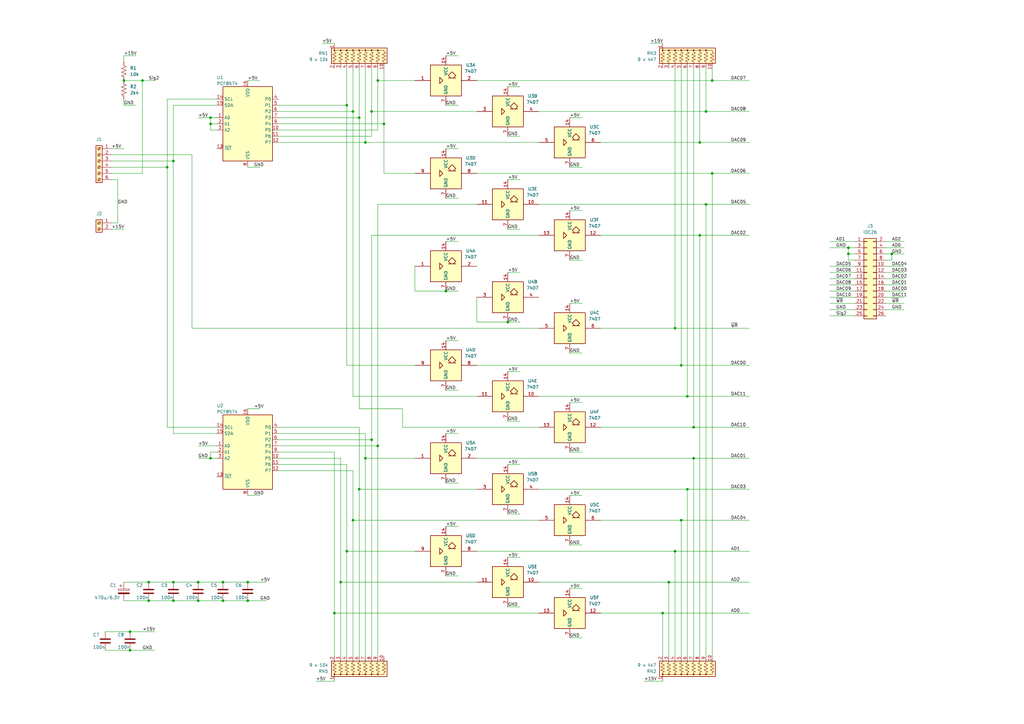
<source format=kicad_sch>
(kicad_sch (version 20230121) (generator eeschema)
  (paper "A3")
  (lib_symbols
    (symbol "74xx_IEEE:7407"
      (property "Reference" "U" (at 3.81 8.89 0))
      (property "Value" "7407" (at 3.81 -7.62 0))
      (symbol "7407_0_1"
        (rectangle (start -6.35 6.35) (end 6.35 -6.35) (stroke (width 0.254)) (fill (type background)))
        (polyline (pts (xy -2.54 1.27) (xy -2.54 -1.27) (xy -1.27 0) (xy -2.54 1.27) (xy -2.54 1.27)) (stroke (width 0.254)) (fill (type background)))
        (polyline (pts (xy 3.048 1.016) (xy 4.064 2.032) (xy 2.54 3.556) (xy 1.016 2.032) (xy 2.032 1.016) (xy 1.016 1.016) (xy 4.064 1.016) (xy 4.064 1.016)) (stroke (width 0.254)) (fill (type background)))
        (pin power_in line (at 0 10.16 270) (length 3.81) (name "VCC") (number "14"))
        (pin power_in line (at 0 -10.16 90) (length 3.81) (name "GND") (number "7"))
      )
      (symbol "7407_1_1"
        (pin input line (at -12.7 0 0) (length 6.35) (name "~") (number "1"))
        (pin open_collector line (at 12.7 0 180) (length 6.35) (name "~") (number "2"))
      )
      (symbol "7407_2_1"
        (pin input line (at -12.7 0 0) (length 6.35) (name "~") (number "3"))
        (pin open_collector line (at 12.7 0 180) (length 6.35) (name "~") (number "4"))
      )
      (symbol "7407_3_1"
        (pin input line (at -12.7 0 0) (length 6.35) (name "~") (number "5"))
        (pin open_collector line (at 12.7 0 180) (length 6.35) (name "~") (number "6"))
      )
      (symbol "7407_4_1"
        (pin open_collector line (at 12.7 0 180) (length 6.35) (name "~") (number "8"))
        (pin input line (at -12.7 0 0) (length 6.35) (name "~") (number "9"))
      )
      (symbol "7407_5_1"
        (pin open_collector line (at 12.7 0 180) (length 6.35) (name "~") (number "10"))
        (pin input line (at -12.7 0 0) (length 6.35) (name "~") (number "11"))
      )
      (symbol "7407_6_1"
        (pin open_collector line (at 12.7 0 180) (length 6.35) (name "~") (number "12"))
        (pin input line (at -12.7 0 0) (length 6.35) (name "~") (number "13"))
      )
    )
    (symbol "Connector:Screw_Terminal_01x02" (pin_names (offset 1.016) hide)
      (property "Reference" "J" (at 0 2.54 0))
      (property "Value" "Screw_Terminal_01x02" (at 0 -5.08 0))
      (symbol "Screw_Terminal_01x02_1_1"
        (rectangle (start -1.27 1.27) (end 1.27 -3.81) (stroke (width 0.254)) (fill (type background)))
        (circle (center 0 -2.54) (radius 0.635) (stroke (width 0.1524)))
        (polyline (pts (xy -0.5334 -2.2098) (xy 0.3302 -3.048)) (stroke (width 0.1524)))
        (polyline (pts (xy -0.5334 0.3302) (xy 0.3302 -0.508)) (stroke (width 0.1524)))
        (polyline (pts (xy -0.3556 -2.032) (xy 0.508 -2.8702)) (stroke (width 0.1524)))
        (polyline (pts (xy -0.3556 0.508) (xy 0.508 -0.3302)) (stroke (width 0.1524)))
        (circle (center 0 0) (radius 0.635) (stroke (width 0.1524)))
        (pin passive line (at -5.08 0 0) (length 3.81) (name "Pin_1") (number "1"))
        (pin passive line (at -5.08 -2.54 0) (length 3.81) (name "Pin_2") (number "2"))
      )
    )
    (symbol "Connector:Screw_Terminal_01x06" (pin_names (offset 1.016) hide)
      (property "Reference" "J" (at 0 7.62 0))
      (property "Value" "Screw_Terminal_01x06" (at 0 -10.16 0))
      (symbol "Screw_Terminal_01x06_1_1"
        (rectangle (start -1.27 6.35) (end 1.27 -8.89) (stroke (width 0.254)) (fill (type background)))
        (circle (center 0 -7.62) (radius 0.635) (stroke (width 0.1524)))
        (circle (center 0 -5.08) (radius 0.635) (stroke (width 0.1524)))
        (circle (center 0 -2.54) (radius 0.635) (stroke (width 0.1524)))
        (polyline (pts (xy -0.5334 -7.2898) (xy 0.3302 -8.128)) (stroke (width 0.1524)))
        (polyline (pts (xy -0.5334 -4.7498) (xy 0.3302 -5.588)) (stroke (width 0.1524)))
        (polyline (pts (xy -0.5334 -2.2098) (xy 0.3302 -3.048)) (stroke (width 0.1524)))
        (polyline (pts (xy -0.5334 0.3302) (xy 0.3302 -0.508)) (stroke (width 0.1524)))
        (polyline (pts (xy -0.5334 2.8702) (xy 0.3302 2.032)) (stroke (width 0.1524)))
        (polyline (pts (xy -0.5334 5.4102) (xy 0.3302 4.572)) (stroke (width 0.1524)))
        (polyline (pts (xy -0.3556 -7.112) (xy 0.508 -7.9502)) (stroke (width 0.1524)))
        (polyline (pts (xy -0.3556 -4.572) (xy 0.508 -5.4102)) (stroke (width 0.1524)))
        (polyline (pts (xy -0.3556 -2.032) (xy 0.508 -2.8702)) (stroke (width 0.1524)))
        (polyline (pts (xy -0.3556 0.508) (xy 0.508 -0.3302)) (stroke (width 0.1524)))
        (polyline (pts (xy -0.3556 3.048) (xy 0.508 2.2098)) (stroke (width 0.1524)))
        (polyline (pts (xy -0.3556 5.588) (xy 0.508 4.7498)) (stroke (width 0.1524)))
        (circle (center 0 0) (radius 0.635) (stroke (width 0.1524)))
        (circle (center 0 2.54) (radius 0.635) (stroke (width 0.1524)))
        (circle (center 0 5.08) (radius 0.635) (stroke (width 0.1524)))
        (pin passive line (at -5.08 5.08 0) (length 3.81) (name "Pin_1") (number "1"))
        (pin passive line (at -5.08 2.54 0) (length 3.81) (name "Pin_2") (number "2"))
        (pin passive line (at -5.08 0 0) (length 3.81) (name "Pin_3") (number "3"))
        (pin passive line (at -5.08 -2.54 0) (length 3.81) (name "Pin_4") (number "4"))
        (pin passive line (at -5.08 -5.08 0) (length 3.81) (name "Pin_5") (number "5"))
        (pin passive line (at -5.08 -7.62 0) (length 3.81) (name "Pin_6") (number "6"))
      )
    )
    (symbol "Connector_Generic:Conn_02x13_Odd_Even" (pin_names (offset 1.016) hide)
      (property "Reference" "J" (at 1.27 17.78 0))
      (property "Value" "Conn_02x13_Odd_Even" (at 1.27 -17.78 0))
      (symbol "Conn_02x13_Odd_Even_1_1"
        (rectangle (start -1.27 -15.113) (end 0 -15.367) (stroke (width 0.1524)))
        (rectangle (start -1.27 -12.573) (end 0 -12.827) (stroke (width 0.1524)))
        (rectangle (start -1.27 -10.033) (end 0 -10.287) (stroke (width 0.1524)))
        (rectangle (start -1.27 -7.493) (end 0 -7.747) (stroke (width 0.1524)))
        (rectangle (start -1.27 -4.953) (end 0 -5.207) (stroke (width 0.1524)))
        (rectangle (start -1.27 -2.413) (end 0 -2.667) (stroke (width 0.1524)))
        (rectangle (start -1.27 0.127) (end 0 -0.127) (stroke (width 0.1524)))
        (rectangle (start -1.27 2.667) (end 0 2.413) (stroke (width 0.1524)))
        (rectangle (start -1.27 5.207) (end 0 4.953) (stroke (width 0.1524)))
        (rectangle (start -1.27 7.747) (end 0 7.493) (stroke (width 0.1524)))
        (rectangle (start -1.27 10.287) (end 0 10.033) (stroke (width 0.1524)))
        (rectangle (start -1.27 12.827) (end 0 12.573) (stroke (width 0.1524)))
        (rectangle (start -1.27 15.367) (end 0 15.113) (stroke (width 0.1524)))
        (rectangle (start -1.27 16.51) (end 3.81 -16.51) (stroke (width 0.254)) (fill (type background)))
        (rectangle (start 3.81 -15.113) (end 2.54 -15.367) (stroke (width 0.1524)))
        (rectangle (start 3.81 -12.573) (end 2.54 -12.827) (stroke (width 0.1524)))
        (rectangle (start 3.81 -10.033) (end 2.54 -10.287) (stroke (width 0.1524)))
        (rectangle (start 3.81 -7.493) (end 2.54 -7.747) (stroke (width 0.1524)))
        (rectangle (start 3.81 -4.953) (end 2.54 -5.207) (stroke (width 0.1524)))
        (rectangle (start 3.81 -2.413) (end 2.54 -2.667) (stroke (width 0.1524)))
        (rectangle (start 3.81 0.127) (end 2.54 -0.127) (stroke (width 0.1524)))
        (rectangle (start 3.81 2.667) (end 2.54 2.413) (stroke (width 0.1524)))
        (rectangle (start 3.81 5.207) (end 2.54 4.953) (stroke (width 0.1524)))
        (rectangle (start 3.81 7.747) (end 2.54 7.493) (stroke (width 0.1524)))
        (rectangle (start 3.81 10.287) (end 2.54 10.033) (stroke (width 0.1524)))
        (rectangle (start 3.81 12.827) (end 2.54 12.573) (stroke (width 0.1524)))
        (rectangle (start 3.81 15.367) (end 2.54 15.113) (stroke (width 0.1524)))
        (pin passive line (at -5.08 15.24 0) (length 3.81) (name "Pin_1") (number "1"))
        (pin passive line (at 7.62 5.08 180) (length 3.81) (name "Pin_10") (number "10"))
        (pin passive line (at -5.08 2.54 0) (length 3.81) (name "Pin_11") (number "11"))
        (pin passive line (at 7.62 2.54 180) (length 3.81) (name "Pin_12") (number "12"))
        (pin passive line (at -5.08 0 0) (length 3.81) (name "Pin_13") (number "13"))
        (pin passive line (at 7.62 0 180) (length 3.81) (name "Pin_14") (number "14"))
        (pin passive line (at -5.08 -2.54 0) (length 3.81) (name "Pin_15") (number "15"))
        (pin passive line (at 7.62 -2.54 180) (length 3.81) (name "Pin_16") (number "16"))
        (pin passive line (at -5.08 -5.08 0) (length 3.81) (name "Pin_17") (number "17"))
        (pin passive line (at 7.62 -5.08 180) (length 3.81) (name "Pin_18") (number "18"))
        (pin passive line (at -5.08 -7.62 0) (length 3.81) (name "Pin_19") (number "19"))
        (pin passive line (at 7.62 15.24 180) (length 3.81) (name "Pin_2") (number "2"))
        (pin passive line (at 7.62 -7.62 180) (length 3.81) (name "Pin_20") (number "20"))
        (pin passive line (at -5.08 -10.16 0) (length 3.81) (name "Pin_21") (number "21"))
        (pin passive line (at 7.62 -10.16 180) (length 3.81) (name "Pin_22") (number "22"))
        (pin passive line (at -5.08 -12.7 0) (length 3.81) (name "Pin_23") (number "23"))
        (pin passive line (at 7.62 -12.7 180) (length 3.81) (name "Pin_24") (number "24"))
        (pin passive line (at -5.08 -15.24 0) (length 3.81) (name "Pin_25") (number "25"))
        (pin passive line (at 7.62 -15.24 180) (length 3.81) (name "Pin_26") (number "26"))
        (pin passive line (at -5.08 12.7 0) (length 3.81) (name "Pin_3") (number "3"))
        (pin passive line (at 7.62 12.7 180) (length 3.81) (name "Pin_4") (number "4"))
        (pin passive line (at -5.08 10.16 0) (length 3.81) (name "Pin_5") (number "5"))
        (pin passive line (at 7.62 10.16 180) (length 3.81) (name "Pin_6") (number "6"))
        (pin passive line (at -5.08 7.62 0) (length 3.81) (name "Pin_7") (number "7"))
        (pin passive line (at 7.62 7.62 180) (length 3.81) (name "Pin_8") (number "8"))
        (pin passive line (at -5.08 5.08 0) (length 3.81) (name "Pin_9") (number "9"))
      )
    )
    (symbol "Device:C" (pin_numbers hide) (pin_names (offset 0.254))
      (property "Reference" "C" (at 0.635 2.54 0))
      (property "Value" "C" (at 0.635 -2.54 0))
      (symbol "C_0_1"
        (polyline (pts (xy -2.032 -0.762) (xy 2.032 -0.762)) (stroke (width 0.508)))
        (polyline (pts (xy -2.032 0.762) (xy 2.032 0.762)) (stroke (width 0.508)))
      )
      (symbol "C_1_1"
        (pin passive line (at 0 3.81 270) (length 2.794) (name "~") (number "1"))
        (pin passive line (at 0 -3.81 90) (length 2.794) (name "~") (number "2"))
      )
    )
    (symbol "Device:C_Polarized" (pin_numbers hide) (pin_names (offset 0.254))
      (property "Reference" "C" (at 0.635 2.54 0))
      (property "Value" "C_Polarized" (at 0.635 -2.54 0))
      (symbol "C_Polarized_0_1"
        (rectangle (start -2.286 0.508) (end 2.286 1.016))
        (polyline (pts (xy -1.778 2.286) (xy -0.762 2.286)))
        (polyline (pts (xy -1.27 2.794) (xy -1.27 1.778)))
        (rectangle (start 2.286 -0.508) (end -2.286 -1.016) (fill (type outline)))
      )
      (symbol "C_Polarized_1_1"
        (pin passive line (at 0 3.81 270) (length 2.794) (name "~") (number "1"))
        (pin passive line (at 0 -3.81 90) (length 2.794) (name "~") (number "2"))
      )
    )
    (symbol "Device:R_Network09_US" (pin_names (offset 0) hide)
      (property "Reference" "RN" (at -12.7 0 90))
      (property "Value" "R_Network09_US" (at 12.7 0 90))
      (symbol "R_Network09_US_0_1"
        (rectangle (start -11.43 -3.175) (end 11.43 3.175) (stroke (width 0.254)) (fill (type background)))
        (circle (center -10.16 2.286) (radius 0.254) (fill (type outline)))
        (circle (center -7.62 2.286) (radius 0.254) (fill (type outline)))
        (circle (center -5.08 2.286) (radius 0.254) (fill (type outline)))
        (circle (center -2.54 2.286) (radius 0.254) (fill (type outline)))
        (polyline (pts (xy -10.16 2.286) (xy 10.16 2.286)))
        (polyline (pts (xy -10.16 2.286) (xy -10.16 1.524) (xy -9.398 1.1684) (xy -10.922 0.508) (xy -9.398 -0.1524) (xy -10.922 -0.8382) (xy -9.398 -1.524) (xy -10.922 -2.1844) (xy -10.16 -2.54) (xy -10.16 -3.81)))
        (polyline (pts (xy -7.62 2.286) (xy -7.62 1.524) (xy -6.858 1.1684) (xy -8.382 0.508) (xy -6.858 -0.1524) (xy -8.382 -0.8382) (xy -6.858 -1.524) (xy -8.382 -2.1844) (xy -7.62 -2.54) (xy -7.62 -3.81)))
        (polyline (pts (xy -5.08 2.286) (xy -5.08 1.524) (xy -4.318 1.1684) (xy -5.842 0.508) (xy -4.318 -0.1524) (xy -5.842 -0.8382) (xy -4.318 -1.524) (xy -5.842 -2.1844) (xy -5.08 -2.54) (xy -5.08 -3.81)))
        (polyline (pts (xy -2.54 2.286) (xy -2.54 1.524) (xy -1.778 1.1684) (xy -3.302 0.508) (xy -1.778 -0.1524) (xy -3.302 -0.8382) (xy -1.778 -1.524) (xy -3.302 -2.1844) (xy -2.54 -2.54) (xy -2.54 -3.81)))
        (polyline (pts (xy 0 2.286) (xy 0 1.524) (xy 0.762 1.1684) (xy -0.762 0.508) (xy 0.762 -0.1524) (xy -0.762 -0.8382) (xy 0.762 -1.524) (xy -0.762 -2.1844) (xy 0 -2.54) (xy 0 -3.81)))
        (polyline (pts (xy 2.54 2.286) (xy 2.54 1.524) (xy 3.302 1.1684) (xy 1.778 0.508) (xy 3.302 -0.1524) (xy 1.778 -0.8382) (xy 3.302 -1.524) (xy 1.778 -2.1844) (xy 2.54 -2.54) (xy 2.54 -3.81)))
        (polyline (pts (xy 5.08 2.286) (xy 5.08 1.524) (xy 5.842 1.1684) (xy 4.318 0.508) (xy 5.842 -0.1524) (xy 4.318 -0.8382) (xy 5.842 -1.524) (xy 4.318 -2.1844) (xy 5.08 -2.54) (xy 5.08 -3.81)))
        (polyline (pts (xy 7.62 2.286) (xy 7.62 1.524) (xy 8.382 1.1684) (xy 6.858 0.508) (xy 8.382 -0.1524) (xy 6.858 -0.8382) (xy 8.382 -1.524) (xy 6.858 -2.1844) (xy 7.62 -2.54) (xy 7.62 -3.81)))
        (polyline (pts (xy 10.16 2.286) (xy 10.16 1.524) (xy 10.922 1.1684) (xy 9.398 0.508) (xy 10.922 -0.1524) (xy 9.398 -0.8382) (xy 10.922 -1.524) (xy 9.398 -2.1844) (xy 10.16 -2.54) (xy 10.16 -3.81)))
        (circle (center 0 2.286) (radius 0.254) (fill (type outline)))
        (circle (center 2.54 2.286) (radius 0.254) (fill (type outline)))
        (circle (center 5.08 2.286) (radius 0.254) (fill (type outline)))
        (circle (center 7.62 2.286) (radius 0.254) (fill (type outline)))
      )
      (symbol "R_Network09_US_1_1"
        (pin passive line (at -10.16 5.08 270) (length 2.54) (name "common") (number "1"))
        (pin passive line (at 10.16 -5.08 90) (length 1.27) (name "R9") (number "10"))
        (pin passive line (at -10.16 -5.08 90) (length 1.27) (name "R1") (number "2"))
        (pin passive line (at -7.62 -5.08 90) (length 1.27) (name "R2") (number "3"))
        (pin passive line (at -5.08 -5.08 90) (length 1.27) (name "R3") (number "4"))
        (pin passive line (at -2.54 -5.08 90) (length 1.27) (name "R4") (number "5"))
        (pin passive line (at 0 -5.08 90) (length 1.27) (name "R5") (number "6"))
        (pin passive line (at 2.54 -5.08 90) (length 1.27) (name "R6") (number "7"))
        (pin passive line (at 5.08 -5.08 90) (length 1.27) (name "R7") (number "8"))
        (pin passive line (at 7.62 -5.08 90) (length 1.27) (name "R8") (number "9"))
      )
    )
    (symbol "Device:R_US" (pin_numbers hide) (pin_names (offset 0))
      (property "Reference" "R" (at 2.54 0 90))
      (property "Value" "R_US" (at -2.54 0 90))
      (symbol "R_US_0_1"
        (polyline (pts (xy 0 -2.286) (xy 0 -2.54)))
        (polyline (pts (xy 0 2.286) (xy 0 2.54)))
        (polyline (pts (xy 0 -0.762) (xy 1.016 -1.143) (xy 0 -1.524) (xy -1.016 -1.905) (xy 0 -2.286)))
        (polyline (pts (xy 0 0.762) (xy 1.016 0.381) (xy 0 0) (xy -1.016 -0.381) (xy 0 -0.762)))
        (polyline (pts (xy 0 2.286) (xy 1.016 1.905) (xy 0 1.524) (xy -1.016 1.143) (xy 0 0.762)))
      )
      (symbol "R_US_1_1"
        (pin passive line (at 0 3.81 270) (length 1.27) (name "~") (number "1"))
        (pin passive line (at 0 -3.81 90) (length 1.27) (name "~") (number "2"))
      )
    )
    (symbol "Interface_Expansion:PCF8574"
      (property "Reference" "U" (at -8.89 16.51 0))
      (property "Value" "PCF8574" (at 2.54 16.51 0))
      (symbol "PCF8574_0_1"
        (rectangle (start -10.16 15.24) (end 10.16 -15.24) (stroke (width 0.254)) (fill (type background)))
      )
      (symbol "PCF8574_1_1"
        (pin input line (at -12.7 2.54 0) (length 2.54) (name "A0") (number "1"))
        (pin bidirectional line (at 12.7 -2.54 180) (length 2.54) (name "P5") (number "10"))
        (pin bidirectional line (at 12.7 -5.08 180) (length 2.54) (name "P6") (number "11"))
        (pin bidirectional line (at 12.7 -7.62 180) (length 2.54) (name "P7") (number "12"))
        (pin open_collector output_low (at -12.7 -10.16 0) (length 2.54) (name "~{INT}") (number "13"))
        (pin input line (at -12.7 10.16 0) (length 2.54) (name "SCL") (number "14"))
        (pin bidirectional line (at -12.7 7.62 0) (length 2.54) (name "SDA") (number "15"))
        (pin power_in line (at 0 17.78 270) (length 2.54) (name "VDD") (number "16"))
        (pin input line (at -12.7 0 0) (length 2.54) (name "A1") (number "2"))
        (pin input line (at -12.7 -2.54 0) (length 2.54) (name "A2") (number "3"))
        (pin bidirectional line (at 12.7 10.16 180) (length 2.54) (name "P0") (number "4"))
        (pin bidirectional line (at 12.7 7.62 180) (length 2.54) (name "P1") (number "5"))
        (pin bidirectional line (at 12.7 5.08 180) (length 2.54) (name "P2") (number "6"))
        (pin bidirectional line (at 12.7 2.54 180) (length 2.54) (name "P3") (number "7"))
        (pin power_in line (at 0 -17.78 90) (length 2.54) (name "VSS") (number "8"))
        (pin bidirectional line (at 12.7 0 180) (length 2.54) (name "P4") (number "9"))
      )
    )
  )
  (junction (at 208.28 132.08))
  (junction (at 154.94 182.88))
  (junction (at 284.48 175.26))
  (junction (at 157.48 50.8))
  (junction (at 292.1 33.02))
  (junction (at 142.24 43.18))
  (junction (at 68.58 68.58))
  (junction (at 139.7 238.76))
  (junction (at 101.6 238.76))
  (junction (at 144.78 213.36))
  (junction (at 292.1 71.12))
  (junction (at 53.34 259.08))
  (junction (at 289.56 45.72))
  (junction (at 284.48 187.96))
  (junction (at 71.12 238.76))
  (junction (at 91.44 246.38))
  (junction (at 276.86 226.06))
  (junction (at 71.12 246.38))
  (junction (at 142.24 226.06))
  (junction (at 101.6 246.38))
  (junction (at 279.4 213.36))
  (junction (at 91.44 238.76))
  (junction (at 81.28 238.76))
  (junction (at 81.28 246.38))
  (junction (at 281.94 200.66))
  (junction (at 58.42 33.02))
  (junction (at 287.02 58.42))
  (junction (at 281.94 162.56))
  (junction (at 274.32 238.76))
  (junction (at 71.12 66.04))
  (junction (at 149.86 58.42))
  (junction (at 279.4 149.86))
  (junction (at 365.76 104.14))
  (junction (at 60.96 238.76))
  (junction (at 144.78 45.72))
  (junction (at 276.86 134.62))
  (junction (at 147.32 200.66))
  (junction (at 347.98 104.14))
  (junction (at 182.88 119.38))
  (junction (at 271.78 251.46))
  (junction (at 86.36 187.96))
  (junction (at 289.56 83.82))
  (junction (at 137.16 251.46))
  (junction (at 287.02 96.52))
  (junction (at 152.4 180.34))
  (junction (at 53.34 266.7))
  (junction (at 50.8 33.02))
  (junction (at 86.36 50.8))
  (junction (at 60.96 246.38))
  (junction (at 154.94 33.02))
  (junction (at 147.32 48.26))
  (junction (at 347.98 101.6))
  (junction (at 149.86 187.96))
  (junction (at 86.36 48.26))
  (junction (at 152.4 45.72))
  (wire (pts (xy 195.58 226.06) (xy 276.86 226.06)))
  (wire (pts (xy 88.9 185.42) (xy 86.36 185.42)))
  (wire (pts (xy 152.4 55.88) (xy 152.4 45.72)))
  (wire (pts (xy 246.38 134.62) (xy 276.86 134.62)))
  (wire (pts (xy 340.36 127) (xy 350.52 127)))
  (wire (pts (xy 208.28 210.82) (xy 213.36 210.82)))
  (wire (pts (xy 142.24 190.5) (xy 114.3 190.5)))
  (wire (pts (xy 101.6 167.64) (xy 106.68 167.64)))
  (wire (pts (xy 208.28 55.88) (xy 213.36 55.88)))
  (wire (pts (xy 139.7 238.76) (xy 139.7 269.24)))
  (wire (pts (xy 271.78 251.46) (xy 271.78 269.24)))
  (wire (pts (xy 45.72 93.98) (xy 50.8 93.98)))
  (wire (pts (xy 81.28 246.38) (xy 91.44 246.38)))
  (wire (pts (xy 279.4 213.36) (xy 279.4 269.24)))
  (wire (pts (xy 170.18 119.38) (xy 182.88 119.38)))
  (wire (pts (xy 292.1 71.12) (xy 292.1 269.24)))
  (wire (pts (xy 347.98 101.6) (xy 347.98 104.14)))
  (wire (pts (xy 340.36 121.92) (xy 350.52 121.92)))
  (wire (pts (xy 363.22 106.68) (xy 365.76 106.68)))
  (wire (pts (xy 182.88 119.38) (xy 187.96 119.38)))
  (wire (pts (xy 144.78 45.72) (xy 114.3 45.72)))
  (wire (pts (xy 220.98 251.46) (xy 137.16 251.46)))
  (wire (pts (xy 88.9 175.26) (xy 68.58 175.26)))
  (wire (pts (xy 246.38 251.46) (xy 271.78 251.46)))
  (wire (pts (xy 132.08 17.78) (xy 137.16 17.78)))
  (wire (pts (xy 50.8 40.64) (xy 50.8 43.18)))
  (wire (pts (xy 195.58 33.02) (xy 292.1 33.02)))
  (wire (pts (xy 50.8 25.4) (xy 50.8 22.86)))
  (wire (pts (xy 45.72 66.04) (xy 71.12 66.04)))
  (wire (pts (xy 347.98 104.14) (xy 347.98 106.68)))
  (wire (pts (xy 220.98 45.72) (xy 289.56 45.72)))
  (wire (pts (xy 233.68 261.62) (xy 238.76 261.62)))
  (wire (pts (xy 233.68 223.52) (xy 238.76 223.52)))
  (wire (pts (xy 340.36 119.38) (xy 350.52 119.38)))
  (wire (pts (xy 233.68 124.46) (xy 238.76 124.46)))
  (wire (pts (xy 142.24 43.18) (xy 142.24 149.86)))
  (wire (pts (xy 101.6 33.02) (xy 106.68 33.02)))
  (wire (pts (xy 114.3 43.18) (xy 142.24 43.18)))
  (wire (pts (xy 60.96 246.38) (xy 71.12 246.38)))
  (wire (pts (xy 149.86 58.42) (xy 220.98 58.42)))
  (wire (pts (xy 147.32 48.26) (xy 147.32 167.64)))
  (wire (pts (xy 114.3 50.8) (xy 157.48 50.8)))
  (wire (pts (xy 284.48 175.26) (xy 307.34 175.26)))
  (wire (pts (xy 81.28 48.26) (xy 86.36 48.26)))
  (wire (pts (xy 71.12 66.04) (xy 71.12 177.8)))
  (wire (pts (xy 114.3 55.88) (xy 152.4 55.88)))
  (wire (pts (xy 233.68 165.1) (xy 238.76 165.1)))
  (wire (pts (xy 182.88 60.96) (xy 187.96 60.96)))
  (wire (pts (xy 233.68 86.36) (xy 238.76 86.36)))
  (wire (pts (xy 144.78 162.56) (xy 195.58 162.56)))
  (wire (pts (xy 208.28 132.08) (xy 213.36 132.08)))
  (wire (pts (xy 284.48 187.96) (xy 284.48 269.24)))
  (wire (pts (xy 78.74 134.62) (xy 220.98 134.62)))
  (wire (pts (xy 182.88 81.28) (xy 187.96 81.28)))
  (wire (pts (xy 154.94 33.02) (xy 154.94 53.34)))
  (wire (pts (xy 114.3 58.42) (xy 149.86 58.42)))
  (wire (pts (xy 292.1 71.12) (xy 307.34 71.12)))
  (wire (pts (xy 144.78 193.04) (xy 144.78 213.36)))
  (wire (pts (xy 81.28 238.76) (xy 91.44 238.76)))
  (wire (pts (xy 182.88 198.12) (xy 187.96 198.12)))
  (wire (pts (xy 195.58 121.92) (xy 195.58 132.08)))
  (wire (pts (xy 71.12 246.38) (xy 81.28 246.38)))
  (wire (pts (xy 220.98 162.56) (xy 281.94 162.56)))
  (wire (pts (xy 81.28 182.88) (xy 88.9 182.88)))
  (wire (pts (xy 81.28 187.96) (xy 86.36 187.96)))
  (wire (pts (xy 101.6 203.2) (xy 106.68 203.2)))
  (wire (pts (xy 43.18 259.08) (xy 53.34 259.08)))
  (wire (pts (xy 287.02 27.94) (xy 287.02 58.42)))
  (wire (pts (xy 137.16 185.42) (xy 137.16 251.46)))
  (wire (pts (xy 53.34 266.7) (xy 63.5 266.7)))
  (wire (pts (xy 157.48 71.12) (xy 170.18 71.12)))
  (wire (pts (xy 88.9 177.8) (xy 71.12 177.8)))
  (wire (pts (xy 45.72 91.44) (xy 48.26 91.44)))
  (wire (pts (xy 182.88 160.02) (xy 187.96 160.02)))
  (wire (pts (xy 58.42 33.02) (xy 63.5 33.02)))
  (wire (pts (xy 284.48 27.94) (xy 284.48 175.26)))
  (wire (pts (xy 91.44 238.76) (xy 101.6 238.76)))
  (wire (pts (xy 284.48 187.96) (xy 307.34 187.96)))
  (wire (pts (xy 363.22 109.22) (xy 370.84 109.22)))
  (wire (pts (xy 144.78 213.36) (xy 220.98 213.36)))
  (wire (pts (xy 154.94 83.82) (xy 154.94 182.88)))
  (wire (pts (xy 363.22 104.14) (xy 365.76 104.14)))
  (wire (pts (xy 292.1 27.94) (xy 292.1 33.02)))
  (wire (pts (xy 365.76 104.14) (xy 365.76 106.68)))
  (wire (pts (xy 340.36 109.22) (xy 350.52 109.22)))
  (wire (pts (xy 165.1 167.64) (xy 165.1 175.26)))
  (wire (pts (xy 340.36 101.6) (xy 347.98 101.6)))
  (wire (pts (xy 195.58 187.96) (xy 284.48 187.96)))
  (wire (pts (xy 86.36 50.8) (xy 86.36 48.26)))
  (wire (pts (xy 48.26 73.66) (xy 45.72 73.66)))
  (wire (pts (xy 45.72 63.5) (xy 78.74 63.5)))
  (wire (pts (xy 208.28 35.56) (xy 213.36 35.56)))
  (wire (pts (xy 208.28 93.98) (xy 213.36 93.98)))
  (wire (pts (xy 45.72 71.12) (xy 58.42 71.12)))
  (wire (pts (xy 86.36 187.96) (xy 88.9 187.96)))
  (wire (pts (xy 114.3 48.26) (xy 147.32 48.26)))
  (wire (pts (xy 60.96 238.76) (xy 71.12 238.76)))
  (wire (pts (xy 233.68 48.26) (xy 238.76 48.26)))
  (wire (pts (xy 114.3 53.34) (xy 154.94 53.34)))
  (wire (pts (xy 86.36 185.42) (xy 86.36 187.96)))
  (wire (pts (xy 233.68 144.78) (xy 238.76 144.78)))
  (wire (pts (xy 149.86 187.96) (xy 149.86 269.24)))
  (wire (pts (xy 363.22 124.46) (xy 370.84 124.46)))
  (wire (pts (xy 279.4 213.36) (xy 307.34 213.36)))
  (wire (pts (xy 276.86 226.06) (xy 307.34 226.06)))
  (wire (pts (xy 347.98 106.68) (xy 350.52 106.68)))
  (wire (pts (xy 43.18 266.7) (xy 53.34 266.7)))
  (wire (pts (xy 287.02 96.52) (xy 287.02 269.24)))
  (wire (pts (xy 365.76 104.14) (xy 370.84 104.14)))
  (wire (pts (xy 246.38 175.26) (xy 284.48 175.26)))
  (wire (pts (xy 170.18 226.06) (xy 142.24 226.06)))
  (wire (pts (xy 246.38 96.52) (xy 287.02 96.52)))
  (wire (pts (xy 152.4 180.34) (xy 152.4 269.24)))
  (wire (pts (xy 233.68 203.2) (xy 238.76 203.2)))
  (wire (pts (xy 86.36 48.26) (xy 88.9 48.26)))
  (wire (pts (xy 45.72 68.58) (xy 68.58 68.58)))
  (wire (pts (xy 137.16 251.46) (xy 137.16 269.24)))
  (wire (pts (xy 152.4 96.52) (xy 220.98 96.52)))
  (wire (pts (xy 289.56 83.82) (xy 307.34 83.82)))
  (wire (pts (xy 363.22 127) (xy 370.84 127)))
  (wire (pts (xy 170.18 109.22) (xy 170.18 119.38)))
  (wire (pts (xy 50.8 33.02) (xy 58.42 33.02)))
  (wire (pts (xy 152.4 96.52) (xy 152.4 180.34)))
  (wire (pts (xy 68.58 68.58) (xy 68.58 40.64)))
  (wire (pts (xy 71.12 238.76) (xy 81.28 238.76)))
  (wire (pts (xy 182.88 99.06) (xy 187.96 99.06)))
  (wire (pts (xy 182.88 177.8) (xy 187.96 177.8)))
  (wire (pts (xy 182.88 22.86) (xy 187.96 22.86)))
  (wire (pts (xy 147.32 175.26) (xy 114.3 175.26)))
  (wire (pts (xy 363.22 114.3) (xy 370.84 114.3)))
  (wire (pts (xy 246.38 213.36) (xy 279.4 213.36)))
  (wire (pts (xy 50.8 22.86) (xy 55.88 22.86)))
  (wire (pts (xy 144.78 213.36) (xy 144.78 269.24)))
  (wire (pts (xy 281.94 200.66) (xy 307.34 200.66)))
  (wire (pts (xy 48.26 91.44) (xy 48.26 73.66)))
  (wire (pts (xy 233.68 241.3) (xy 238.76 241.3)))
  (wire (pts (xy 363.22 121.92) (xy 370.84 121.92)))
  (wire (pts (xy 157.48 50.8) (xy 157.48 71.12)))
  (wire (pts (xy 220.98 200.66) (xy 281.94 200.66)))
  (wire (pts (xy 114.3 180.34) (xy 152.4 180.34)))
  (wire (pts (xy 274.32 238.76) (xy 307.34 238.76)))
  (wire (pts (xy 139.7 187.96) (xy 114.3 187.96)))
  (wire (pts (xy 147.32 167.64) (xy 165.1 167.64)))
  (wire (pts (xy 154.94 27.94) (xy 154.94 33.02)))
  (wire (pts (xy 363.22 99.06) (xy 370.84 99.06)))
  (wire (pts (xy 86.36 53.34) (xy 86.36 50.8)))
  (wire (pts (xy 208.28 111.76) (xy 213.36 111.76)))
  (wire (pts (xy 144.78 27.94) (xy 144.78 45.72)))
  (wire (pts (xy 220.98 238.76) (xy 274.32 238.76)))
  (wire (pts (xy 114.3 185.42) (xy 137.16 185.42)))
  (wire (pts (xy 154.94 83.82) (xy 195.58 83.82)))
  (wire (pts (xy 208.28 190.5) (xy 213.36 190.5)))
  (wire (pts (xy 340.36 124.46) (xy 350.52 124.46)))
  (wire (pts (xy 154.94 33.02) (xy 170.18 33.02)))
  (wire (pts (xy 340.36 114.3) (xy 350.52 114.3)))
  (wire (pts (xy 195.58 71.12) (xy 292.1 71.12)))
  (wire (pts (xy 208.28 248.92) (xy 213.36 248.92)))
  (wire (pts (xy 233.68 185.42) (xy 238.76 185.42)))
  (wire (pts (xy 147.32 200.66) (xy 147.32 175.26)))
  (wire (pts (xy 45.72 60.96) (xy 50.8 60.96)))
  (wire (pts (xy 142.24 226.06) (xy 142.24 190.5)))
  (wire (pts (xy 363.22 101.6) (xy 370.84 101.6)))
  (wire (pts (xy 88.9 50.8) (xy 86.36 50.8)))
  (wire (pts (xy 292.1 33.02) (xy 307.34 33.02)))
  (wire (pts (xy 71.12 66.04) (xy 71.12 43.18)))
  (wire (pts (xy 50.8 43.18) (xy 55.88 43.18)))
  (wire (pts (xy 340.36 116.84) (xy 350.52 116.84)))
  (wire (pts (xy 195.58 149.86) (xy 279.4 149.86)))
  (wire (pts (xy 58.42 33.02) (xy 58.42 71.12)))
  (wire (pts (xy 149.86 177.8) (xy 149.86 187.96)))
  (wire (pts (xy 154.94 182.88) (xy 154.94 269.24)))
  (wire (pts (xy 142.24 226.06) (xy 142.24 269.24)))
  (wire (pts (xy 142.24 149.86) (xy 170.18 149.86)))
  (wire (pts (xy 220.98 83.82) (xy 289.56 83.82)))
  (wire (pts (xy 281.94 27.94) (xy 281.94 162.56)))
  (wire (pts (xy 142.24 27.94) (xy 142.24 43.18)))
  (wire (pts (xy 289.56 45.72) (xy 307.34 45.72)))
  (wire (pts (xy 350.52 101.6) (xy 347.98 101.6)))
  (wire (pts (xy 347.98 104.14) (xy 350.52 104.14)))
  (wire (pts (xy 195.58 132.08) (xy 208.28 132.08)))
  (wire (pts (xy 233.68 106.68) (xy 238.76 106.68)))
  (wire (pts (xy 53.34 259.08) (xy 63.5 259.08)))
  (wire (pts (xy 281.94 162.56) (xy 307.34 162.56)))
  (wire (pts (xy 208.28 228.6) (xy 213.36 228.6)))
  (wire (pts (xy 182.88 215.9) (xy 187.96 215.9)))
  (wire (pts (xy 279.4 149.86) (xy 307.34 149.86)))
  (wire (pts (xy 152.4 45.72) (xy 195.58 45.72)))
  (wire (pts (xy 68.58 40.64) (xy 88.9 40.64)))
  (wire (pts (xy 88.9 53.34) (xy 86.36 53.34)))
  (wire (pts (xy 289.56 27.94) (xy 289.56 45.72)))
  (wire (pts (xy 281.94 200.66) (xy 281.94 269.24)))
  (wire (pts (xy 50.8 238.76) (xy 60.96 238.76)))
  (wire (pts (xy 363.22 116.84) (xy 370.84 116.84)))
  (wire (pts (xy 182.88 43.18) (xy 187.96 43.18)))
  (wire (pts (xy 276.86 134.62) (xy 307.34 134.62)))
  (wire (pts (xy 287.02 96.52) (xy 307.34 96.52)))
  (wire (pts (xy 195.58 238.76) (xy 139.7 238.76)))
  (wire (pts (xy 279.4 27.94) (xy 279.4 149.86)))
  (wire (pts (xy 271.78 251.46) (xy 307.34 251.46)))
  (wire (pts (xy 246.38 58.42) (xy 287.02 58.42)))
  (wire (pts (xy 182.88 236.22) (xy 187.96 236.22)))
  (wire (pts (xy 233.68 68.58) (xy 238.76 68.58)))
  (wire (pts (xy 340.36 129.54) (xy 350.52 129.54)))
  (wire (pts (xy 101.6 238.76) (xy 109.22 238.76)))
  (wire (pts (xy 114.3 182.88) (xy 154.94 182.88)))
  (wire (pts (xy 165.1 175.26) (xy 220.98 175.26)))
  (wire (pts (xy 129.54 279.4) (xy 137.16 279.4)))
  (wire (pts (xy 68.58 68.58) (xy 68.58 175.26)))
  (wire (pts (xy 182.88 139.7) (xy 187.96 139.7)))
  (wire (pts (xy 114.3 177.8) (xy 149.86 177.8)))
  (wire (pts (xy 114.3 193.04) (xy 144.78 193.04)))
  (wire (pts (xy 78.74 63.5) (xy 78.74 134.62)))
  (wire (pts (xy 266.7 17.78) (xy 271.78 17.78)))
  (wire (pts (xy 287.02 58.42) (xy 307.34 58.42)))
  (wire (pts (xy 101.6 246.38) (xy 109.22 246.38)))
  (wire (pts (xy 340.36 99.06) (xy 350.52 99.06)))
  (wire (pts (xy 144.78 45.72) (xy 144.78 162.56)))
  (wire (pts (xy 152.4 27.94) (xy 152.4 45.72)))
  (wire (pts (xy 340.36 111.76) (xy 350.52 111.76)))
  (wire (pts (xy 208.28 172.72) (xy 213.36 172.72)))
  (wire (pts (xy 363.22 111.76) (xy 370.84 111.76)))
  (wire (pts (xy 195.58 200.66) (xy 147.32 200.66)))
  (wire (pts (xy 149.86 27.94) (xy 149.86 58.42)))
  (wire (pts (xy 289.56 83.82) (xy 289.56 269.24)))
  (wire (pts (xy 50.8 246.38) (xy 60.96 246.38)))
  (wire (pts (xy 147.32 27.94) (xy 147.32 48.26)))
  (wire (pts (xy 101.6 68.58) (xy 106.68 68.58)))
  (wire (pts (xy 208.28 73.66) (xy 213.36 73.66)))
  (wire (pts (xy 147.32 200.66) (xy 147.32 269.24)))
  (wire (pts (xy 157.48 27.94) (xy 157.48 50.8)))
  (wire (pts (xy 208.28 152.4) (xy 213.36 152.4)))
  (wire (pts (xy 71.12 43.18) (xy 88.9 43.18)))
  (wire (pts (xy 139.7 238.76) (xy 139.7 187.96)))
  (wire (pts (xy 149.86 187.96) (xy 170.18 187.96)))
  (wire (pts (xy 276.86 27.94) (xy 276.86 134.62)))
  (wire (pts (xy 276.86 226.06) (xy 276.86 269.24)))
  (wire (pts (xy 274.32 238.76) (xy 274.32 269.24)))
  (wire (pts (xy 91.44 246.38) (xy 101.6 246.38)))
  (wire (pts (xy 363.22 119.38) (xy 370.84 119.38)))
  (wire (pts (xy 264.16 279.4) (xy 271.78 279.4)))
  (label "GND" (at 48.26 83.82 0))
  (label "GND" (at 182.88 236.22 0))
  (label "+5V" (at 208.28 152.4 0))
  (label "AD0" (at 299.72 251.46 0))
  (label "GND" (at 233.68 261.62 0))
  (label "GND" (at 233.68 185.42 0))
  (label "+15V" (at 58.42 259.08 0))
  (label "+5V" (at 132.08 17.78 0))
  (label "GND" (at 104.14 68.58 0))
  (label "DAC07" (at 299.72 33.02 0))
  (label "+15V" (at 264.16 279.4 0))
  (label "DAC07" (at 342.9 114.3 0))
  (label "DAC02" (at 299.72 96.52 0))
  (label "+5V" (at 81.28 48.26 0))
  (label "+5V" (at 233.68 165.1 0))
  (label "DAC03" (at 299.72 200.66 0))
  (label "+15V" (at 50.8 22.86 0))
  (label "GND" (at 208.28 55.88 0))
  (label "~{WR}" (at 299.72 134.62 0))
  (label "+5V" (at 101.6 33.02 0))
  (label "DAC04" (at 299.72 213.36 0))
  (label "DAC08" (at 299.72 45.72 0))
  (label "GND" (at 208.28 172.72 0))
  (label "~{WR}" (at 365.76 124.46 0))
  (label "DAC06" (at 342.9 111.76 0))
  (label "+5V" (at 182.88 60.96 0))
  (label "GND" (at 208.28 248.92 0))
  (label "+5V" (at 182.88 22.86 0))
  (label "DAC11" (at 365.76 121.92 0))
  (label "GND" (at 233.68 223.52 0))
  (label "GND" (at 106.68 246.38 0))
  (label "AD2" (at 365.76 99.06 0))
  (label "GND" (at 365.76 127 0))
  (label "+5V" (at 81.28 182.88 0))
  (label "+5V" (at 182.88 99.06 0))
  (label "+5V" (at 233.68 86.36 0))
  (label "DAC04" (at 365.76 109.22 0))
  (label "DAC10" (at 342.9 121.92 0))
  (label "+5V" (at 129.54 279.4 0))
  (label "GND" (at 233.68 106.68 0))
  (label "+5V" (at 182.88 215.9 0))
  (label "GND" (at 182.88 43.18 0))
  (label "GND" (at 342.9 101.6 0))
  (label "DAC09" (at 342.9 119.38 0))
  (label "AD1" (at 342.9 99.06 0))
  (label "GND" (at 58.42 266.7 0))
  (label "GND" (at 81.28 187.96 0))
  (label "+5V" (at 208.28 228.6 0))
  (label "GND" (at 50.8 43.18 0))
  (label "+15V" (at 45.72 93.98 0))
  (label "DAC11" (at 299.72 162.56 0))
  (label "+5V" (at 208.28 190.5 0))
  (label "DAC05" (at 342.9 109.22 0))
  (label "DAC00" (at 299.72 149.86 0))
  (label "DAC09" (at 299.72 58.42 0))
  (label "DAC08" (at 342.9 116.84 0))
  (label "AD1" (at 299.72 226.06 0))
  (label "GND" (at 182.88 81.28 0))
  (label "+5V" (at 208.28 73.66 0))
  (label "DAC10" (at 299.72 175.26 0))
  (label "~{WR}" (at 342.9 124.46 0))
  (label "GND" (at 208.28 132.08 0))
  (label "GND" (at 182.88 119.38 0))
  (label "GND" (at 182.88 198.12 0))
  (label "+5V" (at 106.68 238.76 0))
  (label "DAC03" (at 365.76 111.76 0))
  (label "+5V" (at 233.68 124.46 0))
  (label "GND" (at 233.68 68.58 0))
  (label "+5V" (at 233.68 241.3 0))
  (label "+5V" (at 45.72 60.96 0))
  (label "+5V" (at 208.28 111.76 0))
  (label "+5V" (at 182.88 139.7 0))
  (label "AD2" (at 299.72 238.76 0))
  (label "DAC01" (at 299.72 187.96 0))
  (label "DAC01" (at 365.76 116.84 0))
  (label "AD0" (at 365.76 101.6 0))
  (label "GND" (at 182.88 160.02 0))
  (label "+5V" (at 208.28 35.56 0))
  (label "DAC02" (at 365.76 114.3 0))
  (label "DAC06" (at 299.72 71.12 0))
  (label "GND" (at 365.76 104.14 0))
  (label "+5V" (at 233.68 203.2 0))
  (label "Sig2" (at 60.96 33.02 0))
  (label "GND" (at 208.28 93.98 0))
  (label "GND" (at 233.68 144.78 0))
  (label "DAC00" (at 365.76 119.38 0))
  (label "GND" (at 208.28 210.82 0))
  (label "GND" (at 342.9 127 0))
  (label "+15V" (at 266.7 17.78 0))
  (label "DAC05" (at 299.72 83.82 0))
  (label "Sig2" (at 342.9 129.54 0))
  (label "+5V" (at 182.88 177.8 0))
  (label "+5V" (at 233.68 48.26 0))
  (label "GND" (at 104.14 203.2 0))
  (label "+5V" (at 104.14 167.64 0))
  (symbol (lib_id "Device:R_Network09_US") (at 281.94 274.32 0) (mirror x) (unit 1)
    (property "Reference" "RN2" (at 269.24 275.336 0) (effects (justify right)))
    (property "Value" "9 x 4k7" (at 269.24 272.796 0) (effects (justify right)))
    (property "Footprint" "Resistor_THT:R_Array_SIP10" (effects hide))
    (property "Datasheet" "http://www.vishay.com/docs/31509/csc.pdf" (effects hide))
  )
  (symbol (lib_id "74xx_IEEE:7407") (at 208.28 238.76 0) (unit 5)
    (property "Reference" "U5" (at 218.44 232.41 0))
    (property "Value" "7407" (at 218.44 234.95 0))
    (property "Footprint" "Package_DIP:CERDIP-14_W7.62mm_SideBrazed" (effects hide))
  )
  (symbol (lib_id "74xx_IEEE:7407") (at 208.28 121.92 0) (unit 2)
    (property "Reference" "U4" (at 218.44 115.57 0))
    (property "Value" "7407" (at 218.44 118.11 0))
    (property "Footprint" "Package_DIP:CERDIP-14_W7.62mm_SideBrazed" (effects hide))
  )
  (symbol (lib_id "74xx_IEEE:7407") (at 233.68 175.26 0) (unit 6)
    (property "Reference" "U4" (at 243.84 168.91 0))
    (property "Value" "7407" (at 243.84 171.45 0))
    (property "Footprint" "Package_DIP:CERDIP-14_W7.62mm_SideBrazed" (effects hide))
  )
  (symbol (lib_id "74xx_IEEE:7407") (at 182.88 226.06 0) (unit 4)
    (property "Reference" "U5" (at 193.04 219.71 0))
    (property "Value" "7407" (at 193.04 222.25 0))
    (property "Footprint" "Package_DIP:CERDIP-14_W7.62mm_SideBrazed" (effects hide))
  )
  (symbol (lib_id "Device:C") (at 43.18 262.89 0) (unit 1)
    (property "Reference" "C7" (at 38.1 260.35 0) (effects (justify left)))
    (property "Value" "100n" (at 38.1 265.43 0) (effects (justify left)))
    (property "Footprint" "Capacitor_SMD:C_1206_3216Metric_Pad1.33x1.80mm_HandSolder" (effects hide))
  )
  (symbol (lib_id "Connector_Generic:Conn_02x13_Odd_Even") (at 355.6 114.3 0) (unit 1)
    (property "Reference" "J3" (at 356.87 92.71 0))
    (property "Value" "IDC26" (at 356.87 95.25 0))
    (property "Footprint" "Connector_IDC:IDC-Header_2x13_P2.54mm_Vertical" (effects hide))
  )
  (symbol (lib_id "Device:C") (at 60.96 242.57 0) (unit 1)
    (property "Reference" "C2" (at 55.88 240.03 0) (effects (justify left)))
    (property "Value" "100n" (at 55.88 245.11 0) (effects (justify left)))
    (property "Footprint" "Capacitor_SMD:C_1206_3216Metric_Pad1.33x1.80mm_HandSolder" (effects hide))
  )
  (symbol (lib_id "74xx_IEEE:7407") (at 208.28 83.82 0) (unit 5)
    (property "Reference" "U3" (at 218.44 77.47 0))
    (property "Value" "7407" (at 218.44 80.01 0))
    (property "Footprint" "Package_DIP:CERDIP-14_W7.62mm_SideBrazed" (effects hide))
  )
  (symbol (lib_id "Device:R_US") (at 50.8 29.21 0) (unit 1)
    (property "Reference" "R1" (at 53.34 27.94 0) (effects (justify left)))
    (property "Value" "10k" (at 53.34 30.48 0) (effects (justify left)))
    (property "Footprint" "Resistor_SMD:R_1206_3216Metric_Pad1.30x1.75mm_HandSolder" (effects hide))
  )
  (symbol (lib_id "74xx_IEEE:7407") (at 208.28 162.56 0) (unit 5)
    (property "Reference" "U4" (at 218.44 156.21 0))
    (property "Value" "7407" (at 218.44 158.75 0))
    (property "Footprint" "Package_DIP:CERDIP-14_W7.62mm_SideBrazed" (effects hide))
  )
  (symbol (lib_id "Device:C") (at 91.44 242.57 0) (unit 1)
    (property "Reference" "C5" (at 86.36 240.03 0) (effects (justify left)))
    (property "Value" "100n" (at 86.36 245.11 0) (effects (justify left)))
    (property "Footprint" "Capacitor_SMD:C_1206_3216Metric_Pad1.33x1.80mm_HandSolder" (effects hide))
  )
  (symbol (lib_id "Device:C") (at 71.12 242.57 0) (unit 1)
    (property "Reference" "C3" (at 66.04 240.03 0) (effects (justify left)))
    (property "Value" "100n" (at 66.04 245.11 0) (effects (justify left)))
    (property "Footprint" "Capacitor_SMD:C_1206_3216Metric_Pad1.33x1.80mm_HandSolder" (effects hide))
  )
  (symbol (lib_id "74xx_IEEE:7407") (at 182.88 33.02 0) (unit 1)
    (property "Reference" "U3" (at 193.04 26.67 0))
    (property "Value" "7407" (at 193.04 29.21 0))
    (property "Footprint" "Package_DIP:CERDIP-14_W7.62mm_SideBrazed" (effects hide))
  )
  (symbol (lib_id "74xx_IEEE:7407") (at 233.68 58.42 0) (unit 3)
    (property "Reference" "U3" (at 243.84 52.07 0))
    (property "Value" "7407" (at 243.84 54.61 0))
    (property "Footprint" "Package_DIP:CERDIP-14_W7.62mm_SideBrazed" (effects hide))
  )
  (symbol (lib_id "Device:C") (at 53.34 262.89 0) (unit 1)
    (property "Reference" "C8" (at 48.26 260.35 0) (effects (justify left)))
    (property "Value" "100n" (at 48.26 265.43 0) (effects (justify left)))
    (property "Footprint" "Capacitor_SMD:C_1206_3216Metric_Pad1.33x1.80mm_HandSolder" (effects hide))
  )
  (symbol (lib_id "Connector:Screw_Terminal_01x02") (at 40.64 91.44 0) (mirror y) (unit 1)
    (property "Reference" "J2" (at 40.64 87.63 0))
    (property "Value" "Screw_Terminal_01x02" (effects hide))
    (property "Footprint" "Connector_Phoenix_MC:PhoenixContact_MCV_1,5_2-G-3.5_1x02_P3.50mm_Vertical" (effects hide))
  )
  (symbol (lib_id "Interface_Expansion:PCF8574") (at 101.6 50.8 0) (unit 1)
    (property "Reference" "U1" (at 88.9 31.75 0) (effects (justify left)))
    (property "Value" "PCF8574" (at 88.9 34.29 0) (effects (justify left)))
    (property "Footprint" "Package_SO:SOP-16_3.9x9.9mm_P1.27mm" (effects hide))
    (property "Datasheet" "http://www.nxp.com/docs/en/data-sheet/PCF8574_PCF8574A.pdf" (effects hide))
  )
  (symbol (lib_id "74xx_IEEE:7407") (at 208.28 200.66 0) (unit 2)
    (property "Reference" "U5" (at 218.44 194.31 0))
    (property "Value" "7407" (at 218.44 196.85 0))
    (property "Footprint" "Package_DIP:CERDIP-14_W7.62mm_SideBrazed" (effects hide))
  )
  (symbol (lib_id "74xx_IEEE:7407") (at 182.88 71.12 0) (unit 4)
    (property "Reference" "U3" (at 193.04 64.77 0))
    (property "Value" "7407" (at 193.04 67.31 0))
    (property "Footprint" "Package_DIP:CERDIP-14_W7.62mm_SideBrazed" (effects hide))
  )
  (symbol (lib_id "Device:C") (at 81.28 242.57 0) (unit 1)
    (property "Reference" "C4" (at 76.2 240.03 0) (effects (justify left)))
    (property "Value" "100n" (at 76.2 245.11 0) (effects (justify left)))
    (property "Footprint" "Capacitor_SMD:C_1206_3216Metric_Pad1.33x1.80mm_HandSolder" (effects hide))
  )
  (symbol (lib_id "74xx_IEEE:7407") (at 233.68 134.62 0) (unit 3)
    (property "Reference" "U4" (at 243.84 128.27 0))
    (property "Value" "7407" (at 243.84 130.81 0))
    (property "Footprint" "Package_DIP:CERDIP-14_W7.62mm_SideBrazed" (effects hide))
  )
  (symbol (lib_id "Interface_Expansion:PCF8574") (at 101.6 185.42 0) (unit 1)
    (property "Reference" "U2" (at 88.9 166.37 0) (effects (justify left)))
    (property "Value" "PCF8574" (at 88.9 168.91 0) (effects (justify left)))
    (property "Footprint" "Package_SO:SOP-16_3.9x9.9mm_P1.27mm" (effects hide))
    (property "Datasheet" "http://www.nxp.com/docs/en/data-sheet/PCF8574_PCF8574A.pdf" (effects hide))
  )
  (symbol (lib_id "74xx_IEEE:7407") (at 182.88 187.96 0) (unit 1)
    (property "Reference" "U5" (at 193.04 181.61 0))
    (property "Value" "7407" (at 193.04 184.15 0))
    (property "Footprint" "Package_DIP:CERDIP-14_W7.62mm_SideBrazed" (effects hide))
  )
  (symbol (lib_id "Device:R_Network09_US") (at 281.94 22.86 0) (unit 1)
    (property "Reference" "RN3" (at 269.24 21.844 0) (effects (justify right)))
    (property "Value" "9 x 4k7" (at 269.24 24.384 0) (effects (justify right)))
    (property "Footprint" "Resistor_THT:R_Array_SIP10" (effects hide))
    (property "Datasheet" "http://www.vishay.com/docs/31509/csc.pdf" (effects hide))
  )
  (symbol (lib_id "74xx_IEEE:7407") (at 182.88 149.86 0) (unit 4)
    (property "Reference" "U4" (at 193.04 143.51 0))
    (property "Value" "7407" (at 193.04 146.05 0))
    (property "Footprint" "Package_DIP:CERDIP-14_W7.62mm_SideBrazed" (effects hide))
  )
  (symbol (lib_id "Device:C") (at 101.6 242.57 0) (unit 1)
    (property "Reference" "C6" (at 96.52 240.03 0) (effects (justify left)))
    (property "Value" "100n" (at 96.52 245.11 0) (effects (justify left)))
    (property "Footprint" "Capacitor_SMD:C_1206_3216Metric_Pad1.33x1.80mm_HandSolder" (effects hide))
  )
  (symbol (lib_id "Device:R_Network09_US") (at 147.32 274.32 0) (mirror x) (unit 1)
    (property "Reference" "RN5" (at 134.62 275.336 0) (effects (justify right)))
    (property "Value" "9 x 10k" (at 134.62 272.796 0) (effects (justify right)))
    (property "Footprint" "Resistor_THT:R_Array_SIP10" (effects hide))
    (property "Datasheet" "http://www.vishay.com/docs/31509/csc.pdf" (effects hide))
  )
  (symbol (lib_id "Device:R_US") (at 50.8 36.83 0) (unit 1)
    (property "Reference" "R2" (at 53.34 35.56 0) (effects (justify left)))
    (property "Value" "2k4" (at 53.34 38.1 0) (effects (justify left)))
    (property "Footprint" "Resistor_SMD:R_1206_3216Metric_Pad1.30x1.75mm_HandSolder" (effects hide))
  )
  (symbol (lib_id "Device:C_Polarized") (at 50.8 242.57 0) (unit 1)
    (property "Reference" "C1" (at 45.085 240.03 0) (effects (justify left)))
    (property "Value" "470u/6.3V" (at 38.735 245.11 0) (effects (justify left)))
    (property "Footprint" "Capacitor_THT:CP_Radial_D6.3mm_P2.50mm" (effects hide))
  )
  (symbol (lib_id "Device:R_Network09_US") (at 147.32 22.86 0) (unit 1)
    (property "Reference" "RN1" (at 134.62 21.844 0) (effects (justify right)))
    (property "Value" "9 x 10k" (at 134.62 24.384 0) (effects (justify right)))
    (property "Footprint" "Resistor_THT:R_Array_SIP10" (effects hide))
    (property "Datasheet" "http://www.vishay.com/docs/31509/csc.pdf" (effects hide))
  )
  (symbol (lib_id "74xx_IEEE:7407") (at 233.68 213.36 0) (unit 3)
    (property "Reference" "U5" (at 243.84 207.01 0))
    (property "Value" "7407" (at 243.84 209.55 0))
    (property "Footprint" "Package_DIP:CERDIP-14_W7.62mm_SideBrazed" (effects hide))
  )
  (symbol (lib_id "74xx_IEEE:7407") (at 233.68 96.52 0) (unit 6)
    (property "Reference" "U3" (at 243.84 90.17 0))
    (property "Value" "7407" (at 243.84 92.71 0))
    (property "Footprint" "Package_DIP:CERDIP-14_W7.62mm_SideBrazed" (effects hide))
  )
  (symbol (lib_id "Connector:Screw_Terminal_01x06") (at 40.64 66.04 0) (mirror y) (unit 1)
    (property "Reference" "J1" (at 40.64 57.15 0))
    (property "Value" "Screw_Terminal_01x06" (effects hide))
    (property "Footprint" "Connector_Phoenix_MC:PhoenixContact_MCV_1,5_6-G-3.5_1x06_P3.50mm_Vertical" (effects hide))
  )
  (symbol (lib_id "74xx_IEEE:7407") (at 233.68 251.46 0) (unit 6)
    (property "Reference" "U5" (at 243.84 245.11 0))
    (property "Value" "7407" (at 243.84 247.65 0))
    (property "Footprint" "Package_DIP:CERDIP-14_W7.62mm_SideBrazed" (effects hide))
  )
  (symbol (lib_id "74xx_IEEE:7407") (at 182.88 109.22 0) (unit 1)
    (property "Reference" "U4" (at 193.04 102.87 0))
    (property "Value" "7407" (at 193.04 105.41 0))
    (property "Footprint" "Package_DIP:CERDIP-14_W7.62mm_SideBrazed" (effects hide))
  )
  (symbol (lib_id "74xx_IEEE:7407") (at 208.28 45.72 0) (unit 2)
    (property "Reference" "U3" (at 218.44 39.37 0))
    (property "Value" "7407" (at 218.44 41.91 0))
    (property "Footprint" "Package_DIP:CERDIP-14_W7.62mm_SideBrazed" (effects hide))
  )
)
</source>
